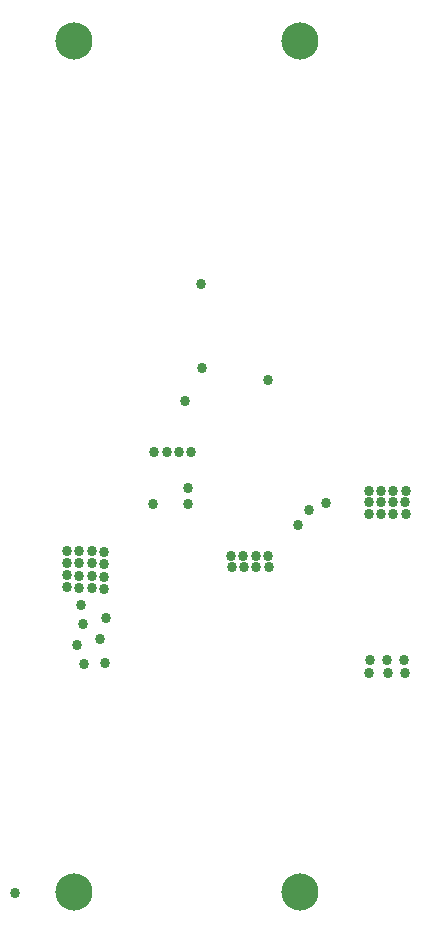
<source format=gts>
G04*
G04 #@! TF.GenerationSoftware,Altium Limited,Altium Designer,24.2.2 (26)*
G04*
G04 Layer_Color=8388736*
%FSLAX44Y44*%
%MOMM*%
G71*
G04*
G04 #@! TF.SameCoordinates,FA43C0E3-4D26-4613-8E19-43AB185FC845*
G04*
G04*
G04 #@! TF.FilePolarity,Negative*
G04*
G01*
G75*
%ADD11C,3.1500*%
%ADD12C,0.8612*%
D11*
X412754Y83364D02*
D03*
X603754D02*
D03*
Y804112D02*
D03*
X412754D02*
D03*
D12*
X692798Y268600D02*
D03*
X678575D02*
D03*
X662572D02*
D03*
X692152Y279608D02*
D03*
X678180Y280162D02*
D03*
X663842Y280284D02*
D03*
X602629Y394584D02*
D03*
X626250Y413126D02*
D03*
X612140Y406908D02*
D03*
X509016Y412242D02*
D03*
X480060Y411734D02*
D03*
X509270Y425704D02*
D03*
X421386Y276606D02*
D03*
X415290Y292608D02*
D03*
X418338Y326898D02*
D03*
X420370Y310642D02*
D03*
X438658Y277368D02*
D03*
X434594Y297434D02*
D03*
X439674Y315214D02*
D03*
X512064Y455930D02*
D03*
X501904D02*
D03*
X491490D02*
D03*
X480822D02*
D03*
X406654Y341376D02*
D03*
Y351536D02*
D03*
Y361950D02*
D03*
Y372618D02*
D03*
X417068Y341122D02*
D03*
Y351282D02*
D03*
Y361696D02*
D03*
Y372364D02*
D03*
X427990Y341122D02*
D03*
Y351282D02*
D03*
Y361696D02*
D03*
Y372364D02*
D03*
X438404Y340360D02*
D03*
Y350520D02*
D03*
Y360934D02*
D03*
Y371602D02*
D03*
X546100Y367792D02*
D03*
X556260D02*
D03*
X566674D02*
D03*
X577342D02*
D03*
X546354Y358394D02*
D03*
X556514D02*
D03*
X566928D02*
D03*
X577596D02*
D03*
X662432Y422910D02*
D03*
X672592D02*
D03*
X683006D02*
D03*
X693674D02*
D03*
X662178Y413766D02*
D03*
X672338D02*
D03*
X682752D02*
D03*
X693420D02*
D03*
X693674Y403860D02*
D03*
X683006D02*
D03*
X672592D02*
D03*
X662432D02*
D03*
X520700Y598424D02*
D03*
X521208Y526796D02*
D03*
X362966Y82550D02*
D03*
X506984Y499618D02*
D03*
X577088Y516890D02*
D03*
M02*

</source>
